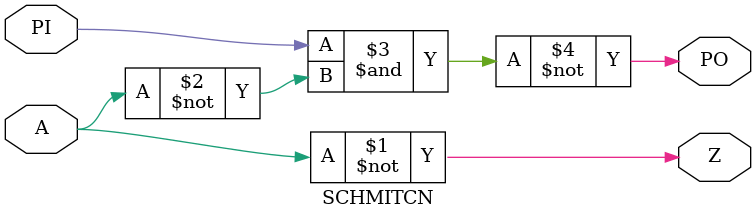
<source format=sv>
module SCHMITCN
(
    input A,
    input PI,
    output Z,
    output PO
);

assign Z = ~A;
assign PO = ~(PI & (~A)); 

endmodule

</source>
